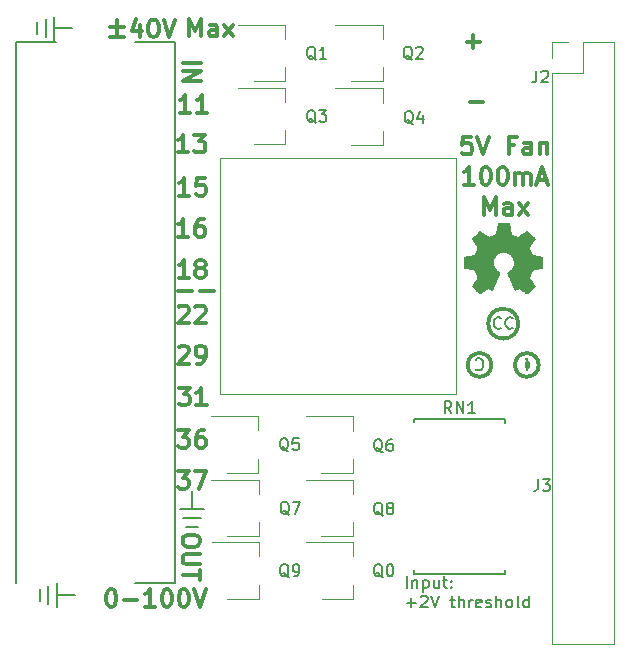
<source format=gto>
G04 #@! TF.GenerationSoftware,KiCad,Pcbnew,(2017-11-06 revision 9df4ae65e)-makepkg*
G04 #@! TF.CreationDate,2019-02-04T19:17:38-08:00*
G04 #@! TF.ProjectId,Behavior rig board,4265686176696F722072696720626F61,rev?*
G04 #@! TF.SameCoordinates,Original*
G04 #@! TF.FileFunction,Legend,Top*
G04 #@! TF.FilePolarity,Positive*
%FSLAX46Y46*%
G04 Gerber Fmt 4.6, Leading zero omitted, Abs format (unit mm)*
G04 Created by KiCad (PCBNEW (2017-11-06 revision 9df4ae65e)-makepkg) date 02/04/19 19:17:38*
%MOMM*%
%LPD*%
G01*
G04 APERTURE LIST*
%ADD10C,0.300000*%
%ADD11C,0.150000*%
%ADD12C,0.200000*%
%ADD13C,0.127000*%
%ADD14C,0.120000*%
%ADD15C,0.400000*%
%ADD16C,0.010000*%
G04 APERTURE END LIST*
D10*
X167924285Y-51188571D02*
X167924285Y-49688571D01*
X168424285Y-50760000D01*
X168924285Y-49688571D01*
X168924285Y-51188571D01*
X170281428Y-51188571D02*
X170281428Y-50402857D01*
X170210000Y-50260000D01*
X170067142Y-50188571D01*
X169781428Y-50188571D01*
X169638571Y-50260000D01*
X170281428Y-51117142D02*
X170138571Y-51188571D01*
X169781428Y-51188571D01*
X169638571Y-51117142D01*
X169567142Y-50974285D01*
X169567142Y-50831428D01*
X169638571Y-50688571D01*
X169781428Y-50617142D01*
X170138571Y-50617142D01*
X170281428Y-50545714D01*
X170852857Y-51188571D02*
X171638571Y-50188571D01*
X170852857Y-50188571D02*
X171638571Y-51188571D01*
D11*
X186335595Y-97877380D02*
X186335595Y-96877380D01*
X186811785Y-97210714D02*
X186811785Y-97877380D01*
X186811785Y-97305952D02*
X186859404Y-97258333D01*
X186954642Y-97210714D01*
X187097500Y-97210714D01*
X187192738Y-97258333D01*
X187240357Y-97353571D01*
X187240357Y-97877380D01*
X187716547Y-97210714D02*
X187716547Y-98210714D01*
X187716547Y-97258333D02*
X187811785Y-97210714D01*
X188002261Y-97210714D01*
X188097500Y-97258333D01*
X188145119Y-97305952D01*
X188192738Y-97401190D01*
X188192738Y-97686904D01*
X188145119Y-97782142D01*
X188097500Y-97829761D01*
X188002261Y-97877380D01*
X187811785Y-97877380D01*
X187716547Y-97829761D01*
X189049880Y-97210714D02*
X189049880Y-97877380D01*
X188621309Y-97210714D02*
X188621309Y-97734523D01*
X188668928Y-97829761D01*
X188764166Y-97877380D01*
X188907023Y-97877380D01*
X189002261Y-97829761D01*
X189049880Y-97782142D01*
X189383214Y-97210714D02*
X189764166Y-97210714D01*
X189526071Y-96877380D02*
X189526071Y-97734523D01*
X189573690Y-97829761D01*
X189668928Y-97877380D01*
X189764166Y-97877380D01*
X190097500Y-97782142D02*
X190145119Y-97829761D01*
X190097500Y-97877380D01*
X190049880Y-97829761D01*
X190097500Y-97782142D01*
X190097500Y-97877380D01*
X190097500Y-97258333D02*
X190145119Y-97305952D01*
X190097500Y-97353571D01*
X190049880Y-97305952D01*
X190097500Y-97258333D01*
X190097500Y-97353571D01*
X186335595Y-99146428D02*
X187097500Y-99146428D01*
X186716547Y-99527380D02*
X186716547Y-98765476D01*
X187526071Y-98622619D02*
X187573690Y-98575000D01*
X187668928Y-98527380D01*
X187907023Y-98527380D01*
X188002261Y-98575000D01*
X188049880Y-98622619D01*
X188097500Y-98717857D01*
X188097500Y-98813095D01*
X188049880Y-98955952D01*
X187478452Y-99527380D01*
X188097500Y-99527380D01*
X188383214Y-98527380D02*
X188716547Y-99527380D01*
X189049880Y-98527380D01*
X190002261Y-98860714D02*
X190383214Y-98860714D01*
X190145119Y-98527380D02*
X190145119Y-99384523D01*
X190192738Y-99479761D01*
X190287976Y-99527380D01*
X190383214Y-99527380D01*
X190716547Y-99527380D02*
X190716547Y-98527380D01*
X191145119Y-99527380D02*
X191145119Y-99003571D01*
X191097500Y-98908333D01*
X191002261Y-98860714D01*
X190859404Y-98860714D01*
X190764166Y-98908333D01*
X190716547Y-98955952D01*
X191621309Y-99527380D02*
X191621309Y-98860714D01*
X191621309Y-99051190D02*
X191668928Y-98955952D01*
X191716547Y-98908333D01*
X191811785Y-98860714D01*
X191907023Y-98860714D01*
X192621309Y-99479761D02*
X192526071Y-99527380D01*
X192335595Y-99527380D01*
X192240357Y-99479761D01*
X192192738Y-99384523D01*
X192192738Y-99003571D01*
X192240357Y-98908333D01*
X192335595Y-98860714D01*
X192526071Y-98860714D01*
X192621309Y-98908333D01*
X192668928Y-99003571D01*
X192668928Y-99098809D01*
X192192738Y-99194047D01*
X193049880Y-99479761D02*
X193145119Y-99527380D01*
X193335595Y-99527380D01*
X193430833Y-99479761D01*
X193478452Y-99384523D01*
X193478452Y-99336904D01*
X193430833Y-99241666D01*
X193335595Y-99194047D01*
X193192738Y-99194047D01*
X193097500Y-99146428D01*
X193049880Y-99051190D01*
X193049880Y-99003571D01*
X193097500Y-98908333D01*
X193192738Y-98860714D01*
X193335595Y-98860714D01*
X193430833Y-98908333D01*
X193907023Y-99527380D02*
X193907023Y-98527380D01*
X194335595Y-99527380D02*
X194335595Y-99003571D01*
X194287976Y-98908333D01*
X194192738Y-98860714D01*
X194049880Y-98860714D01*
X193954642Y-98908333D01*
X193907023Y-98955952D01*
X194954642Y-99527380D02*
X194859404Y-99479761D01*
X194811785Y-99432142D01*
X194764166Y-99336904D01*
X194764166Y-99051190D01*
X194811785Y-98955952D01*
X194859404Y-98908333D01*
X194954642Y-98860714D01*
X195097500Y-98860714D01*
X195192738Y-98908333D01*
X195240357Y-98955952D01*
X195287976Y-99051190D01*
X195287976Y-99336904D01*
X195240357Y-99432142D01*
X195192738Y-99479761D01*
X195097500Y-99527380D01*
X194954642Y-99527380D01*
X195859404Y-99527380D02*
X195764166Y-99479761D01*
X195716547Y-99384523D01*
X195716547Y-98527380D01*
X196668928Y-99527380D02*
X196668928Y-98527380D01*
X196668928Y-99479761D02*
X196573690Y-99527380D01*
X196383214Y-99527380D01*
X196287976Y-99479761D01*
X196240357Y-99432142D01*
X196192738Y-99336904D01*
X196192738Y-99051190D01*
X196240357Y-98955952D01*
X196287976Y-98908333D01*
X196383214Y-98860714D01*
X196573690Y-98860714D01*
X196668928Y-98908333D01*
D12*
X167631816Y-92705996D02*
X168631816Y-92705996D01*
X167131816Y-91205996D02*
X169131816Y-91205996D01*
X168131816Y-91205996D02*
X168131816Y-89705996D01*
X167381816Y-91955996D02*
X168881816Y-91955996D01*
X155000000Y-50000000D02*
X155000000Y-51000000D01*
X156500000Y-49500000D02*
X156500000Y-51500000D01*
X156500000Y-50500000D02*
X158000000Y-50500000D01*
X155750000Y-49750000D02*
X155750000Y-51250000D01*
X156750000Y-98500000D02*
X158250000Y-98500000D01*
X155250000Y-98000000D02*
X155250000Y-99000000D01*
X156000000Y-97750000D02*
X156000000Y-99250000D01*
X156750000Y-97500000D02*
X156750000Y-99500000D01*
D10*
X161244285Y-97988571D02*
X161387142Y-97988571D01*
X161530000Y-98060000D01*
X161601428Y-98131428D01*
X161672857Y-98274285D01*
X161744285Y-98560000D01*
X161744285Y-98917142D01*
X161672857Y-99202857D01*
X161601428Y-99345714D01*
X161530000Y-99417142D01*
X161387142Y-99488571D01*
X161244285Y-99488571D01*
X161101428Y-99417142D01*
X161030000Y-99345714D01*
X160958571Y-99202857D01*
X160887142Y-98917142D01*
X160887142Y-98560000D01*
X160958571Y-98274285D01*
X161030000Y-98131428D01*
X161101428Y-98060000D01*
X161244285Y-97988571D01*
X162387142Y-98917142D02*
X163530000Y-98917142D01*
X165030000Y-99488571D02*
X164172857Y-99488571D01*
X164601428Y-99488571D02*
X164601428Y-97988571D01*
X164458571Y-98202857D01*
X164315714Y-98345714D01*
X164172857Y-98417142D01*
X165958571Y-97988571D02*
X166101428Y-97988571D01*
X166244285Y-98060000D01*
X166315714Y-98131428D01*
X166387142Y-98274285D01*
X166458571Y-98560000D01*
X166458571Y-98917142D01*
X166387142Y-99202857D01*
X166315714Y-99345714D01*
X166244285Y-99417142D01*
X166101428Y-99488571D01*
X165958571Y-99488571D01*
X165815714Y-99417142D01*
X165744285Y-99345714D01*
X165672857Y-99202857D01*
X165601428Y-98917142D01*
X165601428Y-98560000D01*
X165672857Y-98274285D01*
X165744285Y-98131428D01*
X165815714Y-98060000D01*
X165958571Y-97988571D01*
X167387142Y-97988571D02*
X167530000Y-97988571D01*
X167672857Y-98060000D01*
X167744285Y-98131428D01*
X167815714Y-98274285D01*
X167887142Y-98560000D01*
X167887142Y-98917142D01*
X167815714Y-99202857D01*
X167744285Y-99345714D01*
X167672857Y-99417142D01*
X167530000Y-99488571D01*
X167387142Y-99488571D01*
X167244285Y-99417142D01*
X167172857Y-99345714D01*
X167101428Y-99202857D01*
X167030000Y-98917142D01*
X167030000Y-98560000D01*
X167101428Y-98274285D01*
X167172857Y-98131428D01*
X167244285Y-98060000D01*
X167387142Y-97988571D01*
X168315714Y-97988571D02*
X168815714Y-99488571D01*
X169315714Y-97988571D01*
X161247142Y-50401428D02*
X162390000Y-50401428D01*
X161818571Y-50972857D02*
X161818571Y-49830000D01*
X162390000Y-51258571D02*
X161247142Y-51258571D01*
X163747142Y-50258571D02*
X163747142Y-51258571D01*
X163390000Y-49687142D02*
X163032857Y-50758571D01*
X163961428Y-50758571D01*
X164818571Y-49758571D02*
X164961428Y-49758571D01*
X165104285Y-49830000D01*
X165175714Y-49901428D01*
X165247142Y-50044285D01*
X165318571Y-50330000D01*
X165318571Y-50687142D01*
X165247142Y-50972857D01*
X165175714Y-51115714D01*
X165104285Y-51187142D01*
X164961428Y-51258571D01*
X164818571Y-51258571D01*
X164675714Y-51187142D01*
X164604285Y-51115714D01*
X164532857Y-50972857D01*
X164461428Y-50687142D01*
X164461428Y-50330000D01*
X164532857Y-50044285D01*
X164604285Y-49901428D01*
X164675714Y-49830000D01*
X164818571Y-49758571D01*
X165747142Y-49758571D02*
X166247142Y-51258571D01*
X166747142Y-49758571D01*
X191688571Y-56707142D02*
X192831428Y-56707142D01*
X191398571Y-51617142D02*
X192541428Y-51617142D01*
X191970000Y-52188571D02*
X191970000Y-51045714D01*
X191812857Y-59678571D02*
X191098571Y-59678571D01*
X191027142Y-60392857D01*
X191098571Y-60321428D01*
X191241428Y-60250000D01*
X191598571Y-60250000D01*
X191741428Y-60321428D01*
X191812857Y-60392857D01*
X191884285Y-60535714D01*
X191884285Y-60892857D01*
X191812857Y-61035714D01*
X191741428Y-61107142D01*
X191598571Y-61178571D01*
X191241428Y-61178571D01*
X191098571Y-61107142D01*
X191027142Y-61035714D01*
X192312857Y-59678571D02*
X192812857Y-61178571D01*
X193312857Y-59678571D01*
X195455714Y-60392857D02*
X194955714Y-60392857D01*
X194955714Y-61178571D02*
X194955714Y-59678571D01*
X195670000Y-59678571D01*
X196884285Y-61178571D02*
X196884285Y-60392857D01*
X196812857Y-60250000D01*
X196670000Y-60178571D01*
X196384285Y-60178571D01*
X196241428Y-60250000D01*
X196884285Y-61107142D02*
X196741428Y-61178571D01*
X196384285Y-61178571D01*
X196241428Y-61107142D01*
X196170000Y-60964285D01*
X196170000Y-60821428D01*
X196241428Y-60678571D01*
X196384285Y-60607142D01*
X196741428Y-60607142D01*
X196884285Y-60535714D01*
X197598571Y-60178571D02*
X197598571Y-61178571D01*
X197598571Y-60321428D02*
X197670000Y-60250000D01*
X197812857Y-60178571D01*
X198027142Y-60178571D01*
X198170000Y-60250000D01*
X198241428Y-60392857D01*
X198241428Y-61178571D01*
X192027142Y-63728571D02*
X191170000Y-63728571D01*
X191598571Y-63728571D02*
X191598571Y-62228571D01*
X191455714Y-62442857D01*
X191312857Y-62585714D01*
X191170000Y-62657142D01*
X192955714Y-62228571D02*
X193098571Y-62228571D01*
X193241428Y-62300000D01*
X193312857Y-62371428D01*
X193384285Y-62514285D01*
X193455714Y-62800000D01*
X193455714Y-63157142D01*
X193384285Y-63442857D01*
X193312857Y-63585714D01*
X193241428Y-63657142D01*
X193098571Y-63728571D01*
X192955714Y-63728571D01*
X192812857Y-63657142D01*
X192741428Y-63585714D01*
X192670000Y-63442857D01*
X192598571Y-63157142D01*
X192598571Y-62800000D01*
X192670000Y-62514285D01*
X192741428Y-62371428D01*
X192812857Y-62300000D01*
X192955714Y-62228571D01*
X194384285Y-62228571D02*
X194527142Y-62228571D01*
X194670000Y-62300000D01*
X194741428Y-62371428D01*
X194812857Y-62514285D01*
X194884285Y-62800000D01*
X194884285Y-63157142D01*
X194812857Y-63442857D01*
X194741428Y-63585714D01*
X194670000Y-63657142D01*
X194527142Y-63728571D01*
X194384285Y-63728571D01*
X194241428Y-63657142D01*
X194170000Y-63585714D01*
X194098571Y-63442857D01*
X194027142Y-63157142D01*
X194027142Y-62800000D01*
X194098571Y-62514285D01*
X194170000Y-62371428D01*
X194241428Y-62300000D01*
X194384285Y-62228571D01*
X195527142Y-63728571D02*
X195527142Y-62728571D01*
X195527142Y-62871428D02*
X195598571Y-62800000D01*
X195741428Y-62728571D01*
X195955714Y-62728571D01*
X196098571Y-62800000D01*
X196170000Y-62942857D01*
X196170000Y-63728571D01*
X196170000Y-62942857D02*
X196241428Y-62800000D01*
X196384285Y-62728571D01*
X196598571Y-62728571D01*
X196741428Y-62800000D01*
X196812857Y-62942857D01*
X196812857Y-63728571D01*
X197455714Y-63300000D02*
X198170000Y-63300000D01*
X197312857Y-63728571D02*
X197812857Y-62228571D01*
X198312857Y-63728571D01*
X192884285Y-66278571D02*
X192884285Y-64778571D01*
X193384285Y-65850000D01*
X193884285Y-64778571D01*
X193884285Y-66278571D01*
X195241428Y-66278571D02*
X195241428Y-65492857D01*
X195170000Y-65350000D01*
X195027142Y-65278571D01*
X194741428Y-65278571D01*
X194598571Y-65350000D01*
X195241428Y-66207142D02*
X195098571Y-66278571D01*
X194741428Y-66278571D01*
X194598571Y-66207142D01*
X194527142Y-66064285D01*
X194527142Y-65921428D01*
X194598571Y-65778571D01*
X194741428Y-65707142D01*
X195098571Y-65707142D01*
X195241428Y-65635714D01*
X195812857Y-66278571D02*
X196598571Y-65278571D01*
X195812857Y-65278571D02*
X196598571Y-66278571D01*
X168851428Y-93740000D02*
X168851428Y-94025714D01*
X168780000Y-94168571D01*
X168637142Y-94311428D01*
X168351428Y-94382857D01*
X167851428Y-94382857D01*
X167565714Y-94311428D01*
X167422857Y-94168571D01*
X167351428Y-94025714D01*
X167351428Y-93740000D01*
X167422857Y-93597142D01*
X167565714Y-93454285D01*
X167851428Y-93382857D01*
X168351428Y-93382857D01*
X168637142Y-93454285D01*
X168780000Y-93597142D01*
X168851428Y-93740000D01*
X168851428Y-95025714D02*
X167637142Y-95025714D01*
X167494285Y-95097142D01*
X167422857Y-95168571D01*
X167351428Y-95311428D01*
X167351428Y-95597142D01*
X167422857Y-95740000D01*
X167494285Y-95811428D01*
X167637142Y-95882857D01*
X168851428Y-95882857D01*
X168851428Y-96382857D02*
X168851428Y-97240000D01*
X167351428Y-96811428D02*
X168851428Y-96811428D01*
X166945714Y-87988571D02*
X167874285Y-87988571D01*
X167374285Y-88560000D01*
X167588571Y-88560000D01*
X167731428Y-88631428D01*
X167802857Y-88702857D01*
X167874285Y-88845714D01*
X167874285Y-89202857D01*
X167802857Y-89345714D01*
X167731428Y-89417142D01*
X167588571Y-89488571D01*
X167160000Y-89488571D01*
X167017142Y-89417142D01*
X166945714Y-89345714D01*
X168374285Y-87988571D02*
X169374285Y-87988571D01*
X168731428Y-89488571D01*
X166975714Y-84528571D02*
X167904285Y-84528571D01*
X167404285Y-85100000D01*
X167618571Y-85100000D01*
X167761428Y-85171428D01*
X167832857Y-85242857D01*
X167904285Y-85385714D01*
X167904285Y-85742857D01*
X167832857Y-85885714D01*
X167761428Y-85957142D01*
X167618571Y-86028571D01*
X167190000Y-86028571D01*
X167047142Y-85957142D01*
X166975714Y-85885714D01*
X169190000Y-84528571D02*
X168904285Y-84528571D01*
X168761428Y-84600000D01*
X168690000Y-84671428D01*
X168547142Y-84885714D01*
X168475714Y-85171428D01*
X168475714Y-85742857D01*
X168547142Y-85885714D01*
X168618571Y-85957142D01*
X168761428Y-86028571D01*
X169047142Y-86028571D01*
X169190000Y-85957142D01*
X169261428Y-85885714D01*
X169332857Y-85742857D01*
X169332857Y-85385714D01*
X169261428Y-85242857D01*
X169190000Y-85171428D01*
X169047142Y-85100000D01*
X168761428Y-85100000D01*
X168618571Y-85171428D01*
X168547142Y-85242857D01*
X168475714Y-85385714D01*
X167025714Y-80918571D02*
X167954285Y-80918571D01*
X167454285Y-81490000D01*
X167668571Y-81490000D01*
X167811428Y-81561428D01*
X167882857Y-81632857D01*
X167954285Y-81775714D01*
X167954285Y-82132857D01*
X167882857Y-82275714D01*
X167811428Y-82347142D01*
X167668571Y-82418571D01*
X167240000Y-82418571D01*
X167097142Y-82347142D01*
X167025714Y-82275714D01*
X169382857Y-82418571D02*
X168525714Y-82418571D01*
X168954285Y-82418571D02*
X168954285Y-80918571D01*
X168811428Y-81132857D01*
X168668571Y-81275714D01*
X168525714Y-81347142D01*
X167027142Y-77521428D02*
X167098571Y-77450000D01*
X167241428Y-77378571D01*
X167598571Y-77378571D01*
X167741428Y-77450000D01*
X167812857Y-77521428D01*
X167884285Y-77664285D01*
X167884285Y-77807142D01*
X167812857Y-78021428D01*
X166955714Y-78878571D01*
X167884285Y-78878571D01*
X168598571Y-78878571D02*
X168884285Y-78878571D01*
X169027142Y-78807142D01*
X169098571Y-78735714D01*
X169241428Y-78521428D01*
X169312857Y-78235714D01*
X169312857Y-77664285D01*
X169241428Y-77521428D01*
X169170000Y-77450000D01*
X169027142Y-77378571D01*
X168741428Y-77378571D01*
X168598571Y-77450000D01*
X168527142Y-77521428D01*
X168455714Y-77664285D01*
X168455714Y-78021428D01*
X168527142Y-78164285D01*
X168598571Y-78235714D01*
X168741428Y-78307142D01*
X169027142Y-78307142D01*
X169170000Y-78235714D01*
X169241428Y-78164285D01*
X169312857Y-78021428D01*
X166990000Y-72727142D02*
X168132857Y-72727142D01*
X168847142Y-72727142D02*
X169990000Y-72727142D01*
X167391428Y-53404285D02*
X168891428Y-53404285D01*
X167391428Y-54118571D02*
X168891428Y-54118571D01*
X167391428Y-54975714D01*
X168891428Y-54975714D01*
X167017142Y-74111428D02*
X167088571Y-74040000D01*
X167231428Y-73968571D01*
X167588571Y-73968571D01*
X167731428Y-74040000D01*
X167802857Y-74111428D01*
X167874285Y-74254285D01*
X167874285Y-74397142D01*
X167802857Y-74611428D01*
X166945714Y-75468571D01*
X167874285Y-75468571D01*
X168445714Y-74111428D02*
X168517142Y-74040000D01*
X168660000Y-73968571D01*
X169017142Y-73968571D01*
X169160000Y-74040000D01*
X169231428Y-74111428D01*
X169302857Y-74254285D01*
X169302857Y-74397142D01*
X169231428Y-74611428D01*
X168374285Y-75468571D01*
X169302857Y-75468571D01*
X167874285Y-71648571D02*
X167017142Y-71648571D01*
X167445714Y-71648571D02*
X167445714Y-70148571D01*
X167302857Y-70362857D01*
X167160000Y-70505714D01*
X167017142Y-70577142D01*
X168731428Y-70791428D02*
X168588571Y-70720000D01*
X168517142Y-70648571D01*
X168445714Y-70505714D01*
X168445714Y-70434285D01*
X168517142Y-70291428D01*
X168588571Y-70220000D01*
X168731428Y-70148571D01*
X169017142Y-70148571D01*
X169160000Y-70220000D01*
X169231428Y-70291428D01*
X169302857Y-70434285D01*
X169302857Y-70505714D01*
X169231428Y-70648571D01*
X169160000Y-70720000D01*
X169017142Y-70791428D01*
X168731428Y-70791428D01*
X168588571Y-70862857D01*
X168517142Y-70934285D01*
X168445714Y-71077142D01*
X168445714Y-71362857D01*
X168517142Y-71505714D01*
X168588571Y-71577142D01*
X168731428Y-71648571D01*
X169017142Y-71648571D01*
X169160000Y-71577142D01*
X169231428Y-71505714D01*
X169302857Y-71362857D01*
X169302857Y-71077142D01*
X169231428Y-70934285D01*
X169160000Y-70862857D01*
X169017142Y-70791428D01*
X167844285Y-68168571D02*
X166987142Y-68168571D01*
X167415714Y-68168571D02*
X167415714Y-66668571D01*
X167272857Y-66882857D01*
X167130000Y-67025714D01*
X166987142Y-67097142D01*
X169130000Y-66668571D02*
X168844285Y-66668571D01*
X168701428Y-66740000D01*
X168630000Y-66811428D01*
X168487142Y-67025714D01*
X168415714Y-67311428D01*
X168415714Y-67882857D01*
X168487142Y-68025714D01*
X168558571Y-68097142D01*
X168701428Y-68168571D01*
X168987142Y-68168571D01*
X169130000Y-68097142D01*
X169201428Y-68025714D01*
X169272857Y-67882857D01*
X169272857Y-67525714D01*
X169201428Y-67382857D01*
X169130000Y-67311428D01*
X168987142Y-67240000D01*
X168701428Y-67240000D01*
X168558571Y-67311428D01*
X168487142Y-67382857D01*
X168415714Y-67525714D01*
X167924285Y-64658571D02*
X167067142Y-64658571D01*
X167495714Y-64658571D02*
X167495714Y-63158571D01*
X167352857Y-63372857D01*
X167210000Y-63515714D01*
X167067142Y-63587142D01*
X169281428Y-63158571D02*
X168567142Y-63158571D01*
X168495714Y-63872857D01*
X168567142Y-63801428D01*
X168710000Y-63730000D01*
X169067142Y-63730000D01*
X169210000Y-63801428D01*
X169281428Y-63872857D01*
X169352857Y-64015714D01*
X169352857Y-64372857D01*
X169281428Y-64515714D01*
X169210000Y-64587142D01*
X169067142Y-64658571D01*
X168710000Y-64658571D01*
X168567142Y-64587142D01*
X168495714Y-64515714D01*
X167854285Y-61008571D02*
X166997142Y-61008571D01*
X167425714Y-61008571D02*
X167425714Y-59508571D01*
X167282857Y-59722857D01*
X167140000Y-59865714D01*
X166997142Y-59937142D01*
X168354285Y-59508571D02*
X169282857Y-59508571D01*
X168782857Y-60080000D01*
X168997142Y-60080000D01*
X169140000Y-60151428D01*
X169211428Y-60222857D01*
X169282857Y-60365714D01*
X169282857Y-60722857D01*
X169211428Y-60865714D01*
X169140000Y-60937142D01*
X168997142Y-61008571D01*
X168568571Y-61008571D01*
X168425714Y-60937142D01*
X168354285Y-60865714D01*
X167964285Y-57678571D02*
X167107142Y-57678571D01*
X167535714Y-57678571D02*
X167535714Y-56178571D01*
X167392857Y-56392857D01*
X167250000Y-56535714D01*
X167107142Y-56607142D01*
X169392857Y-57678571D02*
X168535714Y-57678571D01*
X168964285Y-57678571D02*
X168964285Y-56178571D01*
X168821428Y-56392857D01*
X168678571Y-56535714D01*
X168535714Y-56607142D01*
D13*
X153230000Y-51670000D02*
X153230000Y-97470000D01*
X166730000Y-97470000D02*
X166730000Y-51670000D01*
X166730000Y-51670000D02*
X163306000Y-51670000D01*
X156654000Y-51670000D02*
X153230000Y-51670000D01*
X166730000Y-97470000D02*
X163306000Y-97470000D01*
D14*
X198670000Y-51670000D02*
X200000000Y-51670000D01*
X198670000Y-53000000D02*
X198670000Y-51670000D01*
X201270000Y-51670000D02*
X203870000Y-51670000D01*
X201270000Y-54270000D02*
X201270000Y-51670000D01*
X198670000Y-54270000D02*
X201270000Y-54270000D01*
X203870000Y-51670000D02*
X203870000Y-102590000D01*
X198670000Y-54270000D02*
X198670000Y-102590000D01*
X198670000Y-102590000D02*
X203870000Y-102590000D01*
D15*
X196500000Y-78800000D02*
X196500000Y-79050000D01*
D10*
X197500000Y-79000000D02*
G75*
G03X197500000Y-79000000I-1000000J0D01*
G01*
X193500000Y-79000000D02*
G75*
G03X193500000Y-79000000I-1000000J0D01*
G01*
X194500000Y-76770000D02*
G75*
G03X194500000Y-76770000I0J1270000D01*
G01*
D16*
G36*
X195055814Y-67468931D02*
X195139635Y-67913555D01*
X195448920Y-68041053D01*
X195758206Y-68168551D01*
X196129246Y-67916246D01*
X196233157Y-67845996D01*
X196327087Y-67783272D01*
X196406652Y-67730938D01*
X196467470Y-67691857D01*
X196505157Y-67668893D01*
X196515421Y-67663942D01*
X196533910Y-67676676D01*
X196573420Y-67711882D01*
X196629522Y-67765062D01*
X196697787Y-67831718D01*
X196773786Y-67907354D01*
X196853092Y-67987472D01*
X196931275Y-68067574D01*
X197003907Y-68143164D01*
X197066559Y-68209745D01*
X197114803Y-68262818D01*
X197144210Y-68297887D01*
X197151241Y-68309623D01*
X197141123Y-68331260D01*
X197112759Y-68378662D01*
X197069129Y-68447193D01*
X197013218Y-68532215D01*
X196948006Y-68629093D01*
X196910219Y-68684350D01*
X196841343Y-68785248D01*
X196780140Y-68876299D01*
X196729578Y-68952970D01*
X196692628Y-69010728D01*
X196672258Y-69045043D01*
X196669197Y-69052254D01*
X196676136Y-69072748D01*
X196695051Y-69120513D01*
X196723087Y-69188832D01*
X196757391Y-69270989D01*
X196795109Y-69360270D01*
X196833387Y-69449958D01*
X196869370Y-69533338D01*
X196900206Y-69603694D01*
X196923039Y-69654310D01*
X196935017Y-69678471D01*
X196935724Y-69679422D01*
X196954531Y-69684036D01*
X197004618Y-69694328D01*
X197080793Y-69709287D01*
X197177865Y-69727901D01*
X197290643Y-69749159D01*
X197356442Y-69761418D01*
X197476950Y-69784362D01*
X197585797Y-69806195D01*
X197677476Y-69825722D01*
X197746481Y-69841748D01*
X197787304Y-69853079D01*
X197795511Y-69856674D01*
X197803548Y-69881006D01*
X197810033Y-69935959D01*
X197814970Y-70015108D01*
X197818364Y-70112026D01*
X197820218Y-70220287D01*
X197820538Y-70333465D01*
X197819327Y-70445135D01*
X197816590Y-70548868D01*
X197812331Y-70638241D01*
X197806555Y-70706826D01*
X197799267Y-70748197D01*
X197794895Y-70756810D01*
X197768764Y-70767133D01*
X197713393Y-70781892D01*
X197636107Y-70799352D01*
X197544230Y-70817780D01*
X197512158Y-70823741D01*
X197357524Y-70852066D01*
X197235375Y-70874876D01*
X197141673Y-70893080D01*
X197072384Y-70907583D01*
X197023471Y-70919292D01*
X196990897Y-70929115D01*
X196970628Y-70937956D01*
X196958626Y-70946724D01*
X196956947Y-70948457D01*
X196940184Y-70976371D01*
X196914614Y-71030695D01*
X196882788Y-71104777D01*
X196847260Y-71191965D01*
X196810583Y-71285608D01*
X196775311Y-71379052D01*
X196743996Y-71465647D01*
X196719193Y-71538740D01*
X196703454Y-71591678D01*
X196699332Y-71617811D01*
X196699676Y-71618726D01*
X196713641Y-71640086D01*
X196745322Y-71687084D01*
X196791391Y-71754827D01*
X196848518Y-71838423D01*
X196913373Y-71932982D01*
X196931843Y-71959854D01*
X196997699Y-72057275D01*
X197055650Y-72146163D01*
X197102538Y-72221412D01*
X197135207Y-72277920D01*
X197150500Y-72310581D01*
X197151241Y-72314593D01*
X197138392Y-72335684D01*
X197102888Y-72377464D01*
X197049293Y-72435445D01*
X196982171Y-72505135D01*
X196906087Y-72582045D01*
X196825604Y-72661683D01*
X196745287Y-72739561D01*
X196669699Y-72811186D01*
X196603405Y-72872070D01*
X196550969Y-72917721D01*
X196516955Y-72943650D01*
X196507545Y-72947883D01*
X196485643Y-72937912D01*
X196440800Y-72911020D01*
X196380321Y-72871736D01*
X196333789Y-72840117D01*
X196249475Y-72782098D01*
X196149626Y-72713784D01*
X196049473Y-72645579D01*
X195995627Y-72609075D01*
X195813371Y-72485800D01*
X195660381Y-72568520D01*
X195590682Y-72604759D01*
X195531414Y-72632926D01*
X195491311Y-72648991D01*
X195481103Y-72651226D01*
X195468829Y-72634722D01*
X195444613Y-72588082D01*
X195410263Y-72515609D01*
X195367588Y-72421606D01*
X195318394Y-72310374D01*
X195264490Y-72186215D01*
X195207684Y-72053432D01*
X195149782Y-71916327D01*
X195092593Y-71779202D01*
X195037924Y-71646358D01*
X194987584Y-71522098D01*
X194943380Y-71410725D01*
X194907119Y-71316539D01*
X194880609Y-71243844D01*
X194865658Y-71196941D01*
X194863254Y-71180833D01*
X194882311Y-71160286D01*
X194924036Y-71126933D01*
X194979706Y-71087702D01*
X194984378Y-71084599D01*
X195128264Y-70969423D01*
X195244283Y-70835053D01*
X195331430Y-70685784D01*
X195388699Y-70525913D01*
X195415086Y-70359737D01*
X195409585Y-70191552D01*
X195371190Y-70025655D01*
X195298895Y-69866342D01*
X195277626Y-69831487D01*
X195166996Y-69690737D01*
X195036302Y-69577714D01*
X194890064Y-69493003D01*
X194732808Y-69437194D01*
X194569057Y-69410874D01*
X194403333Y-69414630D01*
X194240162Y-69449050D01*
X194084065Y-69514723D01*
X193939567Y-69612235D01*
X193894869Y-69651813D01*
X193781112Y-69775703D01*
X193698218Y-69906124D01*
X193641356Y-70052315D01*
X193609687Y-70197088D01*
X193601869Y-70359860D01*
X193627938Y-70523440D01*
X193685245Y-70682298D01*
X193771144Y-70830906D01*
X193882986Y-70963735D01*
X194018123Y-71075256D01*
X194035883Y-71087011D01*
X194092150Y-71125508D01*
X194134923Y-71158863D01*
X194155372Y-71180160D01*
X194155669Y-71180833D01*
X194151279Y-71203871D01*
X194133876Y-71256157D01*
X194105268Y-71333390D01*
X194067265Y-71431268D01*
X194021674Y-71545491D01*
X193970303Y-71671758D01*
X193914962Y-71805767D01*
X193857458Y-71943218D01*
X193799601Y-72079808D01*
X193743198Y-72211237D01*
X193690058Y-72333205D01*
X193641990Y-72441409D01*
X193600801Y-72531549D01*
X193568301Y-72599323D01*
X193546297Y-72640430D01*
X193537436Y-72651226D01*
X193510360Y-72642819D01*
X193459697Y-72620272D01*
X193394183Y-72587613D01*
X193358159Y-72568520D01*
X193205168Y-72485800D01*
X193022912Y-72609075D01*
X192929875Y-72672228D01*
X192828015Y-72741727D01*
X192732562Y-72807165D01*
X192684750Y-72840117D01*
X192617505Y-72885273D01*
X192560564Y-72921057D01*
X192521354Y-72942938D01*
X192508619Y-72947563D01*
X192490083Y-72935085D01*
X192449059Y-72900252D01*
X192389525Y-72846678D01*
X192315458Y-72777983D01*
X192230835Y-72697781D01*
X192177315Y-72646286D01*
X192083681Y-72554286D01*
X192002759Y-72471999D01*
X191937823Y-72402945D01*
X191892142Y-72350644D01*
X191868989Y-72318616D01*
X191866768Y-72312116D01*
X191877076Y-72287394D01*
X191905561Y-72237405D01*
X191949063Y-72167212D01*
X192004423Y-72081875D01*
X192068480Y-71986456D01*
X192086697Y-71959854D01*
X192153073Y-71863167D01*
X192212622Y-71776117D01*
X192262016Y-71703595D01*
X192297925Y-71650493D01*
X192317019Y-71621703D01*
X192318864Y-71618726D01*
X192316105Y-71595782D01*
X192301462Y-71545336D01*
X192277487Y-71474041D01*
X192246734Y-71388547D01*
X192211756Y-71295507D01*
X192175107Y-71201574D01*
X192139339Y-71113399D01*
X192107006Y-71037634D01*
X192080662Y-70980931D01*
X192062858Y-70949943D01*
X192061593Y-70948457D01*
X192050706Y-70939601D01*
X192032318Y-70930843D01*
X192002394Y-70921277D01*
X191956897Y-70909996D01*
X191891791Y-70896093D01*
X191803039Y-70878663D01*
X191686607Y-70856798D01*
X191538458Y-70829591D01*
X191506382Y-70823741D01*
X191411314Y-70805374D01*
X191328435Y-70787405D01*
X191265070Y-70771569D01*
X191228542Y-70759600D01*
X191223644Y-70756810D01*
X191215573Y-70732072D01*
X191209013Y-70676790D01*
X191203967Y-70597389D01*
X191200441Y-70500296D01*
X191198439Y-70391938D01*
X191197964Y-70278740D01*
X191199023Y-70167128D01*
X191201618Y-70063529D01*
X191205754Y-69974368D01*
X191211437Y-69906072D01*
X191218669Y-69865066D01*
X191223029Y-69856674D01*
X191247302Y-69848208D01*
X191302574Y-69834435D01*
X191383338Y-69816550D01*
X191484088Y-69795748D01*
X191599317Y-69773223D01*
X191662098Y-69761418D01*
X191781213Y-69739151D01*
X191887435Y-69718979D01*
X191975573Y-69701915D01*
X192040434Y-69688969D01*
X192076826Y-69681155D01*
X192082816Y-69679422D01*
X192092939Y-69659890D01*
X192114338Y-69612843D01*
X192144161Y-69545003D01*
X192179555Y-69463091D01*
X192217668Y-69373828D01*
X192255647Y-69283935D01*
X192290640Y-69200135D01*
X192319794Y-69129147D01*
X192340257Y-69077694D01*
X192349177Y-69052497D01*
X192349343Y-69051396D01*
X192339231Y-69031519D01*
X192310883Y-68985777D01*
X192267277Y-68918717D01*
X192211394Y-68834884D01*
X192146213Y-68738826D01*
X192108321Y-68683650D01*
X192039275Y-68582481D01*
X191977950Y-68490630D01*
X191927337Y-68412744D01*
X191890429Y-68353469D01*
X191870218Y-68317451D01*
X191867299Y-68309377D01*
X191879847Y-68290584D01*
X191914537Y-68250457D01*
X191966937Y-68193493D01*
X192032616Y-68124185D01*
X192107144Y-68047031D01*
X192186087Y-67966525D01*
X192265017Y-67887163D01*
X192339500Y-67813440D01*
X192405106Y-67749852D01*
X192457404Y-67700894D01*
X192491961Y-67671061D01*
X192503522Y-67663942D01*
X192522346Y-67673953D01*
X192567369Y-67702078D01*
X192634213Y-67745454D01*
X192718501Y-67801218D01*
X192815856Y-67866506D01*
X192889293Y-67916246D01*
X193260333Y-68168551D01*
X193878905Y-67913555D01*
X193962725Y-67468931D01*
X194046546Y-67024307D01*
X194971994Y-67024307D01*
X195055814Y-67468931D01*
X195055814Y-67468931D01*
G37*
X195055814Y-67468931D02*
X195139635Y-67913555D01*
X195448920Y-68041053D01*
X195758206Y-68168551D01*
X196129246Y-67916246D01*
X196233157Y-67845996D01*
X196327087Y-67783272D01*
X196406652Y-67730938D01*
X196467470Y-67691857D01*
X196505157Y-67668893D01*
X196515421Y-67663942D01*
X196533910Y-67676676D01*
X196573420Y-67711882D01*
X196629522Y-67765062D01*
X196697787Y-67831718D01*
X196773786Y-67907354D01*
X196853092Y-67987472D01*
X196931275Y-68067574D01*
X197003907Y-68143164D01*
X197066559Y-68209745D01*
X197114803Y-68262818D01*
X197144210Y-68297887D01*
X197151241Y-68309623D01*
X197141123Y-68331260D01*
X197112759Y-68378662D01*
X197069129Y-68447193D01*
X197013218Y-68532215D01*
X196948006Y-68629093D01*
X196910219Y-68684350D01*
X196841343Y-68785248D01*
X196780140Y-68876299D01*
X196729578Y-68952970D01*
X196692628Y-69010728D01*
X196672258Y-69045043D01*
X196669197Y-69052254D01*
X196676136Y-69072748D01*
X196695051Y-69120513D01*
X196723087Y-69188832D01*
X196757391Y-69270989D01*
X196795109Y-69360270D01*
X196833387Y-69449958D01*
X196869370Y-69533338D01*
X196900206Y-69603694D01*
X196923039Y-69654310D01*
X196935017Y-69678471D01*
X196935724Y-69679422D01*
X196954531Y-69684036D01*
X197004618Y-69694328D01*
X197080793Y-69709287D01*
X197177865Y-69727901D01*
X197290643Y-69749159D01*
X197356442Y-69761418D01*
X197476950Y-69784362D01*
X197585797Y-69806195D01*
X197677476Y-69825722D01*
X197746481Y-69841748D01*
X197787304Y-69853079D01*
X197795511Y-69856674D01*
X197803548Y-69881006D01*
X197810033Y-69935959D01*
X197814970Y-70015108D01*
X197818364Y-70112026D01*
X197820218Y-70220287D01*
X197820538Y-70333465D01*
X197819327Y-70445135D01*
X197816590Y-70548868D01*
X197812331Y-70638241D01*
X197806555Y-70706826D01*
X197799267Y-70748197D01*
X197794895Y-70756810D01*
X197768764Y-70767133D01*
X197713393Y-70781892D01*
X197636107Y-70799352D01*
X197544230Y-70817780D01*
X197512158Y-70823741D01*
X197357524Y-70852066D01*
X197235375Y-70874876D01*
X197141673Y-70893080D01*
X197072384Y-70907583D01*
X197023471Y-70919292D01*
X196990897Y-70929115D01*
X196970628Y-70937956D01*
X196958626Y-70946724D01*
X196956947Y-70948457D01*
X196940184Y-70976371D01*
X196914614Y-71030695D01*
X196882788Y-71104777D01*
X196847260Y-71191965D01*
X196810583Y-71285608D01*
X196775311Y-71379052D01*
X196743996Y-71465647D01*
X196719193Y-71538740D01*
X196703454Y-71591678D01*
X196699332Y-71617811D01*
X196699676Y-71618726D01*
X196713641Y-71640086D01*
X196745322Y-71687084D01*
X196791391Y-71754827D01*
X196848518Y-71838423D01*
X196913373Y-71932982D01*
X196931843Y-71959854D01*
X196997699Y-72057275D01*
X197055650Y-72146163D01*
X197102538Y-72221412D01*
X197135207Y-72277920D01*
X197150500Y-72310581D01*
X197151241Y-72314593D01*
X197138392Y-72335684D01*
X197102888Y-72377464D01*
X197049293Y-72435445D01*
X196982171Y-72505135D01*
X196906087Y-72582045D01*
X196825604Y-72661683D01*
X196745287Y-72739561D01*
X196669699Y-72811186D01*
X196603405Y-72872070D01*
X196550969Y-72917721D01*
X196516955Y-72943650D01*
X196507545Y-72947883D01*
X196485643Y-72937912D01*
X196440800Y-72911020D01*
X196380321Y-72871736D01*
X196333789Y-72840117D01*
X196249475Y-72782098D01*
X196149626Y-72713784D01*
X196049473Y-72645579D01*
X195995627Y-72609075D01*
X195813371Y-72485800D01*
X195660381Y-72568520D01*
X195590682Y-72604759D01*
X195531414Y-72632926D01*
X195491311Y-72648991D01*
X195481103Y-72651226D01*
X195468829Y-72634722D01*
X195444613Y-72588082D01*
X195410263Y-72515609D01*
X195367588Y-72421606D01*
X195318394Y-72310374D01*
X195264490Y-72186215D01*
X195207684Y-72053432D01*
X195149782Y-71916327D01*
X195092593Y-71779202D01*
X195037924Y-71646358D01*
X194987584Y-71522098D01*
X194943380Y-71410725D01*
X194907119Y-71316539D01*
X194880609Y-71243844D01*
X194865658Y-71196941D01*
X194863254Y-71180833D01*
X194882311Y-71160286D01*
X194924036Y-71126933D01*
X194979706Y-71087702D01*
X194984378Y-71084599D01*
X195128264Y-70969423D01*
X195244283Y-70835053D01*
X195331430Y-70685784D01*
X195388699Y-70525913D01*
X195415086Y-70359737D01*
X195409585Y-70191552D01*
X195371190Y-70025655D01*
X195298895Y-69866342D01*
X195277626Y-69831487D01*
X195166996Y-69690737D01*
X195036302Y-69577714D01*
X194890064Y-69493003D01*
X194732808Y-69437194D01*
X194569057Y-69410874D01*
X194403333Y-69414630D01*
X194240162Y-69449050D01*
X194084065Y-69514723D01*
X193939567Y-69612235D01*
X193894869Y-69651813D01*
X193781112Y-69775703D01*
X193698218Y-69906124D01*
X193641356Y-70052315D01*
X193609687Y-70197088D01*
X193601869Y-70359860D01*
X193627938Y-70523440D01*
X193685245Y-70682298D01*
X193771144Y-70830906D01*
X193882986Y-70963735D01*
X194018123Y-71075256D01*
X194035883Y-71087011D01*
X194092150Y-71125508D01*
X194134923Y-71158863D01*
X194155372Y-71180160D01*
X194155669Y-71180833D01*
X194151279Y-71203871D01*
X194133876Y-71256157D01*
X194105268Y-71333390D01*
X194067265Y-71431268D01*
X194021674Y-71545491D01*
X193970303Y-71671758D01*
X193914962Y-71805767D01*
X193857458Y-71943218D01*
X193799601Y-72079808D01*
X193743198Y-72211237D01*
X193690058Y-72333205D01*
X193641990Y-72441409D01*
X193600801Y-72531549D01*
X193568301Y-72599323D01*
X193546297Y-72640430D01*
X193537436Y-72651226D01*
X193510360Y-72642819D01*
X193459697Y-72620272D01*
X193394183Y-72587613D01*
X193358159Y-72568520D01*
X193205168Y-72485800D01*
X193022912Y-72609075D01*
X192929875Y-72672228D01*
X192828015Y-72741727D01*
X192732562Y-72807165D01*
X192684750Y-72840117D01*
X192617505Y-72885273D01*
X192560564Y-72921057D01*
X192521354Y-72942938D01*
X192508619Y-72947563D01*
X192490083Y-72935085D01*
X192449059Y-72900252D01*
X192389525Y-72846678D01*
X192315458Y-72777983D01*
X192230835Y-72697781D01*
X192177315Y-72646286D01*
X192083681Y-72554286D01*
X192002759Y-72471999D01*
X191937823Y-72402945D01*
X191892142Y-72350644D01*
X191868989Y-72318616D01*
X191866768Y-72312116D01*
X191877076Y-72287394D01*
X191905561Y-72237405D01*
X191949063Y-72167212D01*
X192004423Y-72081875D01*
X192068480Y-71986456D01*
X192086697Y-71959854D01*
X192153073Y-71863167D01*
X192212622Y-71776117D01*
X192262016Y-71703595D01*
X192297925Y-71650493D01*
X192317019Y-71621703D01*
X192318864Y-71618726D01*
X192316105Y-71595782D01*
X192301462Y-71545336D01*
X192277487Y-71474041D01*
X192246734Y-71388547D01*
X192211756Y-71295507D01*
X192175107Y-71201574D01*
X192139339Y-71113399D01*
X192107006Y-71037634D01*
X192080662Y-70980931D01*
X192062858Y-70949943D01*
X192061593Y-70948457D01*
X192050706Y-70939601D01*
X192032318Y-70930843D01*
X192002394Y-70921277D01*
X191956897Y-70909996D01*
X191891791Y-70896093D01*
X191803039Y-70878663D01*
X191686607Y-70856798D01*
X191538458Y-70829591D01*
X191506382Y-70823741D01*
X191411314Y-70805374D01*
X191328435Y-70787405D01*
X191265070Y-70771569D01*
X191228542Y-70759600D01*
X191223644Y-70756810D01*
X191215573Y-70732072D01*
X191209013Y-70676790D01*
X191203967Y-70597389D01*
X191200441Y-70500296D01*
X191198439Y-70391938D01*
X191197964Y-70278740D01*
X191199023Y-70167128D01*
X191201618Y-70063529D01*
X191205754Y-69974368D01*
X191211437Y-69906072D01*
X191218669Y-69865066D01*
X191223029Y-69856674D01*
X191247302Y-69848208D01*
X191302574Y-69834435D01*
X191383338Y-69816550D01*
X191484088Y-69795748D01*
X191599317Y-69773223D01*
X191662098Y-69761418D01*
X191781213Y-69739151D01*
X191887435Y-69718979D01*
X191975573Y-69701915D01*
X192040434Y-69688969D01*
X192076826Y-69681155D01*
X192082816Y-69679422D01*
X192092939Y-69659890D01*
X192114338Y-69612843D01*
X192144161Y-69545003D01*
X192179555Y-69463091D01*
X192217668Y-69373828D01*
X192255647Y-69283935D01*
X192290640Y-69200135D01*
X192319794Y-69129147D01*
X192340257Y-69077694D01*
X192349177Y-69052497D01*
X192349343Y-69051396D01*
X192339231Y-69031519D01*
X192310883Y-68985777D01*
X192267277Y-68918717D01*
X192211394Y-68834884D01*
X192146213Y-68738826D01*
X192108321Y-68683650D01*
X192039275Y-68582481D01*
X191977950Y-68490630D01*
X191927337Y-68412744D01*
X191890429Y-68353469D01*
X191870218Y-68317451D01*
X191867299Y-68309377D01*
X191879847Y-68290584D01*
X191914537Y-68250457D01*
X191966937Y-68193493D01*
X192032616Y-68124185D01*
X192107144Y-68047031D01*
X192186087Y-67966525D01*
X192265017Y-67887163D01*
X192339500Y-67813440D01*
X192405106Y-67749852D01*
X192457404Y-67700894D01*
X192491961Y-67671061D01*
X192503522Y-67663942D01*
X192522346Y-67673953D01*
X192567369Y-67702078D01*
X192634213Y-67745454D01*
X192718501Y-67801218D01*
X192815856Y-67866506D01*
X192889293Y-67916246D01*
X193260333Y-68168551D01*
X193878905Y-67913555D01*
X193962725Y-67468931D01*
X194046546Y-67024307D01*
X194971994Y-67024307D01*
X195055814Y-67468931D01*
D14*
X170500000Y-61500000D02*
X170500000Y-81500000D01*
X170500000Y-81500000D02*
X190500000Y-81500000D01*
X190500000Y-81500000D02*
X190500000Y-61500000D01*
X190500000Y-61500000D02*
X170500000Y-61500000D01*
D11*
X186935000Y-83555000D02*
X186935000Y-83805000D01*
X194685000Y-83555000D02*
X194685000Y-83890000D01*
X194685000Y-96705000D02*
X194685000Y-96370000D01*
X186935000Y-96705000D02*
X186935000Y-96370000D01*
X186935000Y-83555000D02*
X194685000Y-83555000D01*
X186935000Y-96705000D02*
X194685000Y-96705000D01*
D14*
X181820000Y-94000000D02*
X181820000Y-95200000D01*
X177820000Y-94000000D02*
X181820000Y-94000000D01*
X181820000Y-98800000D02*
X179120000Y-98800000D01*
X181820000Y-97600000D02*
X181820000Y-98800000D01*
X173820000Y-94000000D02*
X173820000Y-95200000D01*
X169820000Y-94000000D02*
X173820000Y-94000000D01*
X173820000Y-98800000D02*
X171120000Y-98800000D01*
X173820000Y-97600000D02*
X173820000Y-98800000D01*
X181790000Y-92310000D02*
X181790000Y-93510000D01*
X181790000Y-93510000D02*
X179090000Y-93510000D01*
X177790000Y-88710000D02*
X181790000Y-88710000D01*
X181790000Y-88710000D02*
X181790000Y-89910000D01*
X173790000Y-88700000D02*
X173790000Y-89900000D01*
X169790000Y-88700000D02*
X173790000Y-88700000D01*
X173790000Y-93500000D02*
X171090000Y-93500000D01*
X173790000Y-92300000D02*
X173790000Y-93500000D01*
X181780000Y-86960000D02*
X181780000Y-88160000D01*
X181780000Y-88160000D02*
X179080000Y-88160000D01*
X177780000Y-83360000D02*
X181780000Y-83360000D01*
X181780000Y-83360000D02*
X181780000Y-84560000D01*
X173780000Y-83350000D02*
X173780000Y-84550000D01*
X169780000Y-83350000D02*
X173780000Y-83350000D01*
X173780000Y-88150000D02*
X171080000Y-88150000D01*
X173780000Y-86950000D02*
X173780000Y-88150000D01*
X184300000Y-59190000D02*
X184300000Y-60390000D01*
X184300000Y-60390000D02*
X181600000Y-60390000D01*
X180300000Y-55590000D02*
X184300000Y-55590000D01*
X184300000Y-55590000D02*
X184300000Y-56790000D01*
X176060000Y-55520000D02*
X176060000Y-56720000D01*
X172060000Y-55520000D02*
X176060000Y-55520000D01*
X176060000Y-60320000D02*
X173360000Y-60320000D01*
X176060000Y-59120000D02*
X176060000Y-60320000D01*
X184290000Y-53800000D02*
X184290000Y-55000000D01*
X184290000Y-55000000D02*
X181590000Y-55000000D01*
X180290000Y-50200000D02*
X184290000Y-50200000D01*
X184290000Y-50200000D02*
X184290000Y-51400000D01*
X176061400Y-50200000D02*
X176061400Y-51400000D01*
X172061400Y-50200000D02*
X176061400Y-50200000D01*
X176061400Y-55000000D02*
X173361400Y-55000000D01*
X176061400Y-53800000D02*
X176061400Y-55000000D01*
D11*
X197456666Y-88672380D02*
X197456666Y-89386666D01*
X197409047Y-89529523D01*
X197313809Y-89624761D01*
X197170952Y-89672380D01*
X197075714Y-89672380D01*
X197837619Y-88672380D02*
X198456666Y-88672380D01*
X198123333Y-89053333D01*
X198266190Y-89053333D01*
X198361428Y-89100952D01*
X198409047Y-89148571D01*
X198456666Y-89243809D01*
X198456666Y-89481904D01*
X198409047Y-89577142D01*
X198361428Y-89624761D01*
X198266190Y-89672380D01*
X197980476Y-89672380D01*
X197885238Y-89624761D01*
X197837619Y-89577142D01*
X196500000Y-79452380D02*
X196500000Y-78785714D01*
X196500000Y-78452380D02*
X196452380Y-78500000D01*
X196500000Y-78547619D01*
X196547619Y-78500000D01*
X196500000Y-78452380D01*
X196500000Y-78547619D01*
X192190476Y-78547619D02*
X192238095Y-78500000D01*
X192380952Y-78452380D01*
X192476190Y-78452380D01*
X192619047Y-78500000D01*
X192714285Y-78595238D01*
X192761904Y-78690476D01*
X192809523Y-78880952D01*
X192809523Y-79023809D01*
X192761904Y-79214285D01*
X192714285Y-79309523D01*
X192619047Y-79404761D01*
X192476190Y-79452380D01*
X192380952Y-79452380D01*
X192238095Y-79404761D01*
X192190476Y-79357142D01*
X194309523Y-75857142D02*
X194261904Y-75904761D01*
X194119047Y-75952380D01*
X194023809Y-75952380D01*
X193880952Y-75904761D01*
X193785714Y-75809523D01*
X193738095Y-75714285D01*
X193690476Y-75523809D01*
X193690476Y-75380952D01*
X193738095Y-75190476D01*
X193785714Y-75095238D01*
X193880952Y-75000000D01*
X194023809Y-74952380D01*
X194119047Y-74952380D01*
X194261904Y-75000000D01*
X194309523Y-75047619D01*
X195309523Y-75857142D02*
X195261904Y-75904761D01*
X195119047Y-75952380D01*
X195023809Y-75952380D01*
X194880952Y-75904761D01*
X194785714Y-75809523D01*
X194738095Y-75714285D01*
X194690476Y-75523809D01*
X194690476Y-75380952D01*
X194738095Y-75190476D01*
X194785714Y-75095238D01*
X194880952Y-75000000D01*
X195023809Y-74952380D01*
X195119047Y-74952380D01*
X195261904Y-75000000D01*
X195309523Y-75047619D01*
X190119523Y-83082380D02*
X189786190Y-82606190D01*
X189548095Y-83082380D02*
X189548095Y-82082380D01*
X189929047Y-82082380D01*
X190024285Y-82130000D01*
X190071904Y-82177619D01*
X190119523Y-82272857D01*
X190119523Y-82415714D01*
X190071904Y-82510952D01*
X190024285Y-82558571D01*
X189929047Y-82606190D01*
X189548095Y-82606190D01*
X190548095Y-83082380D02*
X190548095Y-82082380D01*
X191119523Y-83082380D01*
X191119523Y-82082380D01*
X192119523Y-83082380D02*
X191548095Y-83082380D01*
X191833809Y-83082380D02*
X191833809Y-82082380D01*
X191738571Y-82225238D01*
X191643333Y-82320476D01*
X191548095Y-82368095D01*
X184294761Y-96987619D02*
X184199523Y-96940000D01*
X184104285Y-96844761D01*
X183961428Y-96701904D01*
X183866190Y-96654285D01*
X183770952Y-96654285D01*
X183818571Y-96892380D02*
X183723333Y-96844761D01*
X183628095Y-96749523D01*
X183580476Y-96559047D01*
X183580476Y-96225714D01*
X183628095Y-96035238D01*
X183723333Y-95940000D01*
X183818571Y-95892380D01*
X184009047Y-95892380D01*
X184104285Y-95940000D01*
X184199523Y-96035238D01*
X184247142Y-96225714D01*
X184247142Y-96559047D01*
X184199523Y-96749523D01*
X184104285Y-96844761D01*
X184009047Y-96892380D01*
X183818571Y-96892380D01*
X184866190Y-95892380D02*
X184961428Y-95892380D01*
X185056666Y-95940000D01*
X185104285Y-95987619D01*
X185151904Y-96082857D01*
X185199523Y-96273333D01*
X185199523Y-96511428D01*
X185151904Y-96701904D01*
X185104285Y-96797142D01*
X185056666Y-96844761D01*
X184961428Y-96892380D01*
X184866190Y-96892380D01*
X184770952Y-96844761D01*
X184723333Y-96797142D01*
X184675714Y-96701904D01*
X184628095Y-96511428D01*
X184628095Y-96273333D01*
X184675714Y-96082857D01*
X184723333Y-95987619D01*
X184770952Y-95940000D01*
X184866190Y-95892380D01*
X197306666Y-54072380D02*
X197306666Y-54786666D01*
X197259047Y-54929523D01*
X197163809Y-55024761D01*
X197020952Y-55072380D01*
X196925714Y-55072380D01*
X197735238Y-54167619D02*
X197782857Y-54120000D01*
X197878095Y-54072380D01*
X198116190Y-54072380D01*
X198211428Y-54120000D01*
X198259047Y-54167619D01*
X198306666Y-54262857D01*
X198306666Y-54358095D01*
X198259047Y-54500952D01*
X197687619Y-55072380D01*
X198306666Y-55072380D01*
X176344761Y-96987619D02*
X176249523Y-96940000D01*
X176154285Y-96844761D01*
X176011428Y-96701904D01*
X175916190Y-96654285D01*
X175820952Y-96654285D01*
X175868571Y-96892380D02*
X175773333Y-96844761D01*
X175678095Y-96749523D01*
X175630476Y-96559047D01*
X175630476Y-96225714D01*
X175678095Y-96035238D01*
X175773333Y-95940000D01*
X175868571Y-95892380D01*
X176059047Y-95892380D01*
X176154285Y-95940000D01*
X176249523Y-96035238D01*
X176297142Y-96225714D01*
X176297142Y-96559047D01*
X176249523Y-96749523D01*
X176154285Y-96844761D01*
X176059047Y-96892380D01*
X175868571Y-96892380D01*
X176773333Y-96892380D02*
X176963809Y-96892380D01*
X177059047Y-96844761D01*
X177106666Y-96797142D01*
X177201904Y-96654285D01*
X177249523Y-96463809D01*
X177249523Y-96082857D01*
X177201904Y-95987619D01*
X177154285Y-95940000D01*
X177059047Y-95892380D01*
X176868571Y-95892380D01*
X176773333Y-95940000D01*
X176725714Y-95987619D01*
X176678095Y-96082857D01*
X176678095Y-96320952D01*
X176725714Y-96416190D01*
X176773333Y-96463809D01*
X176868571Y-96511428D01*
X177059047Y-96511428D01*
X177154285Y-96463809D01*
X177201904Y-96416190D01*
X177249523Y-96320952D01*
X184294761Y-91757619D02*
X184199523Y-91710000D01*
X184104285Y-91614761D01*
X183961428Y-91471904D01*
X183866190Y-91424285D01*
X183770952Y-91424285D01*
X183818571Y-91662380D02*
X183723333Y-91614761D01*
X183628095Y-91519523D01*
X183580476Y-91329047D01*
X183580476Y-90995714D01*
X183628095Y-90805238D01*
X183723333Y-90710000D01*
X183818571Y-90662380D01*
X184009047Y-90662380D01*
X184104285Y-90710000D01*
X184199523Y-90805238D01*
X184247142Y-90995714D01*
X184247142Y-91329047D01*
X184199523Y-91519523D01*
X184104285Y-91614761D01*
X184009047Y-91662380D01*
X183818571Y-91662380D01*
X184818571Y-91090952D02*
X184723333Y-91043333D01*
X184675714Y-90995714D01*
X184628095Y-90900476D01*
X184628095Y-90852857D01*
X184675714Y-90757619D01*
X184723333Y-90710000D01*
X184818571Y-90662380D01*
X185009047Y-90662380D01*
X185104285Y-90710000D01*
X185151904Y-90757619D01*
X185199523Y-90852857D01*
X185199523Y-90900476D01*
X185151904Y-90995714D01*
X185104285Y-91043333D01*
X185009047Y-91090952D01*
X184818571Y-91090952D01*
X184723333Y-91138571D01*
X184675714Y-91186190D01*
X184628095Y-91281428D01*
X184628095Y-91471904D01*
X184675714Y-91567142D01*
X184723333Y-91614761D01*
X184818571Y-91662380D01*
X185009047Y-91662380D01*
X185104285Y-91614761D01*
X185151904Y-91567142D01*
X185199523Y-91471904D01*
X185199523Y-91281428D01*
X185151904Y-91186190D01*
X185104285Y-91138571D01*
X185009047Y-91090952D01*
X176384761Y-91687619D02*
X176289523Y-91640000D01*
X176194285Y-91544761D01*
X176051428Y-91401904D01*
X175956190Y-91354285D01*
X175860952Y-91354285D01*
X175908571Y-91592380D02*
X175813333Y-91544761D01*
X175718095Y-91449523D01*
X175670476Y-91259047D01*
X175670476Y-90925714D01*
X175718095Y-90735238D01*
X175813333Y-90640000D01*
X175908571Y-90592380D01*
X176099047Y-90592380D01*
X176194285Y-90640000D01*
X176289523Y-90735238D01*
X176337142Y-90925714D01*
X176337142Y-91259047D01*
X176289523Y-91449523D01*
X176194285Y-91544761D01*
X176099047Y-91592380D01*
X175908571Y-91592380D01*
X176670476Y-90592380D02*
X177337142Y-90592380D01*
X176908571Y-91592380D01*
X184284761Y-86377619D02*
X184189523Y-86330000D01*
X184094285Y-86234761D01*
X183951428Y-86091904D01*
X183856190Y-86044285D01*
X183760952Y-86044285D01*
X183808571Y-86282380D02*
X183713333Y-86234761D01*
X183618095Y-86139523D01*
X183570476Y-85949047D01*
X183570476Y-85615714D01*
X183618095Y-85425238D01*
X183713333Y-85330000D01*
X183808571Y-85282380D01*
X183999047Y-85282380D01*
X184094285Y-85330000D01*
X184189523Y-85425238D01*
X184237142Y-85615714D01*
X184237142Y-85949047D01*
X184189523Y-86139523D01*
X184094285Y-86234761D01*
X183999047Y-86282380D01*
X183808571Y-86282380D01*
X185094285Y-85282380D02*
X184903809Y-85282380D01*
X184808571Y-85330000D01*
X184760952Y-85377619D01*
X184665714Y-85520476D01*
X184618095Y-85710952D01*
X184618095Y-86091904D01*
X184665714Y-86187142D01*
X184713333Y-86234761D01*
X184808571Y-86282380D01*
X184999047Y-86282380D01*
X185094285Y-86234761D01*
X185141904Y-86187142D01*
X185189523Y-86091904D01*
X185189523Y-85853809D01*
X185141904Y-85758571D01*
X185094285Y-85710952D01*
X184999047Y-85663333D01*
X184808571Y-85663333D01*
X184713333Y-85710952D01*
X184665714Y-85758571D01*
X184618095Y-85853809D01*
X176314761Y-86297619D02*
X176219523Y-86250000D01*
X176124285Y-86154761D01*
X175981428Y-86011904D01*
X175886190Y-85964285D01*
X175790952Y-85964285D01*
X175838571Y-86202380D02*
X175743333Y-86154761D01*
X175648095Y-86059523D01*
X175600476Y-85869047D01*
X175600476Y-85535714D01*
X175648095Y-85345238D01*
X175743333Y-85250000D01*
X175838571Y-85202380D01*
X176029047Y-85202380D01*
X176124285Y-85250000D01*
X176219523Y-85345238D01*
X176267142Y-85535714D01*
X176267142Y-85869047D01*
X176219523Y-86059523D01*
X176124285Y-86154761D01*
X176029047Y-86202380D01*
X175838571Y-86202380D01*
X177171904Y-85202380D02*
X176695714Y-85202380D01*
X176648095Y-85678571D01*
X176695714Y-85630952D01*
X176790952Y-85583333D01*
X177029047Y-85583333D01*
X177124285Y-85630952D01*
X177171904Y-85678571D01*
X177219523Y-85773809D01*
X177219523Y-86011904D01*
X177171904Y-86107142D01*
X177124285Y-86154761D01*
X177029047Y-86202380D01*
X176790952Y-86202380D01*
X176695714Y-86154761D01*
X176648095Y-86107142D01*
X186874761Y-58607619D02*
X186779523Y-58560000D01*
X186684285Y-58464761D01*
X186541428Y-58321904D01*
X186446190Y-58274285D01*
X186350952Y-58274285D01*
X186398571Y-58512380D02*
X186303333Y-58464761D01*
X186208095Y-58369523D01*
X186160476Y-58179047D01*
X186160476Y-57845714D01*
X186208095Y-57655238D01*
X186303333Y-57560000D01*
X186398571Y-57512380D01*
X186589047Y-57512380D01*
X186684285Y-57560000D01*
X186779523Y-57655238D01*
X186827142Y-57845714D01*
X186827142Y-58179047D01*
X186779523Y-58369523D01*
X186684285Y-58464761D01*
X186589047Y-58512380D01*
X186398571Y-58512380D01*
X187684285Y-57845714D02*
X187684285Y-58512380D01*
X187446190Y-57464761D02*
X187208095Y-58179047D01*
X187827142Y-58179047D01*
X178624761Y-58507619D02*
X178529523Y-58460000D01*
X178434285Y-58364761D01*
X178291428Y-58221904D01*
X178196190Y-58174285D01*
X178100952Y-58174285D01*
X178148571Y-58412380D02*
X178053333Y-58364761D01*
X177958095Y-58269523D01*
X177910476Y-58079047D01*
X177910476Y-57745714D01*
X177958095Y-57555238D01*
X178053333Y-57460000D01*
X178148571Y-57412380D01*
X178339047Y-57412380D01*
X178434285Y-57460000D01*
X178529523Y-57555238D01*
X178577142Y-57745714D01*
X178577142Y-58079047D01*
X178529523Y-58269523D01*
X178434285Y-58364761D01*
X178339047Y-58412380D01*
X178148571Y-58412380D01*
X178910476Y-57412380D02*
X179529523Y-57412380D01*
X179196190Y-57793333D01*
X179339047Y-57793333D01*
X179434285Y-57840952D01*
X179481904Y-57888571D01*
X179529523Y-57983809D01*
X179529523Y-58221904D01*
X179481904Y-58317142D01*
X179434285Y-58364761D01*
X179339047Y-58412380D01*
X179053333Y-58412380D01*
X178958095Y-58364761D01*
X178910476Y-58317142D01*
X186804761Y-53157619D02*
X186709523Y-53110000D01*
X186614285Y-53014761D01*
X186471428Y-52871904D01*
X186376190Y-52824285D01*
X186280952Y-52824285D01*
X186328571Y-53062380D02*
X186233333Y-53014761D01*
X186138095Y-52919523D01*
X186090476Y-52729047D01*
X186090476Y-52395714D01*
X186138095Y-52205238D01*
X186233333Y-52110000D01*
X186328571Y-52062380D01*
X186519047Y-52062380D01*
X186614285Y-52110000D01*
X186709523Y-52205238D01*
X186757142Y-52395714D01*
X186757142Y-52729047D01*
X186709523Y-52919523D01*
X186614285Y-53014761D01*
X186519047Y-53062380D01*
X186328571Y-53062380D01*
X187138095Y-52157619D02*
X187185714Y-52110000D01*
X187280952Y-52062380D01*
X187519047Y-52062380D01*
X187614285Y-52110000D01*
X187661904Y-52157619D01*
X187709523Y-52252857D01*
X187709523Y-52348095D01*
X187661904Y-52490952D01*
X187090476Y-53062380D01*
X187709523Y-53062380D01*
X178624761Y-53157619D02*
X178529523Y-53110000D01*
X178434285Y-53014761D01*
X178291428Y-52871904D01*
X178196190Y-52824285D01*
X178100952Y-52824285D01*
X178148571Y-53062380D02*
X178053333Y-53014761D01*
X177958095Y-52919523D01*
X177910476Y-52729047D01*
X177910476Y-52395714D01*
X177958095Y-52205238D01*
X178053333Y-52110000D01*
X178148571Y-52062380D01*
X178339047Y-52062380D01*
X178434285Y-52110000D01*
X178529523Y-52205238D01*
X178577142Y-52395714D01*
X178577142Y-52729047D01*
X178529523Y-52919523D01*
X178434285Y-53014761D01*
X178339047Y-53062380D01*
X178148571Y-53062380D01*
X179529523Y-53062380D02*
X178958095Y-53062380D01*
X179243809Y-53062380D02*
X179243809Y-52062380D01*
X179148571Y-52205238D01*
X179053333Y-52300476D01*
X178958095Y-52348095D01*
M02*

</source>
